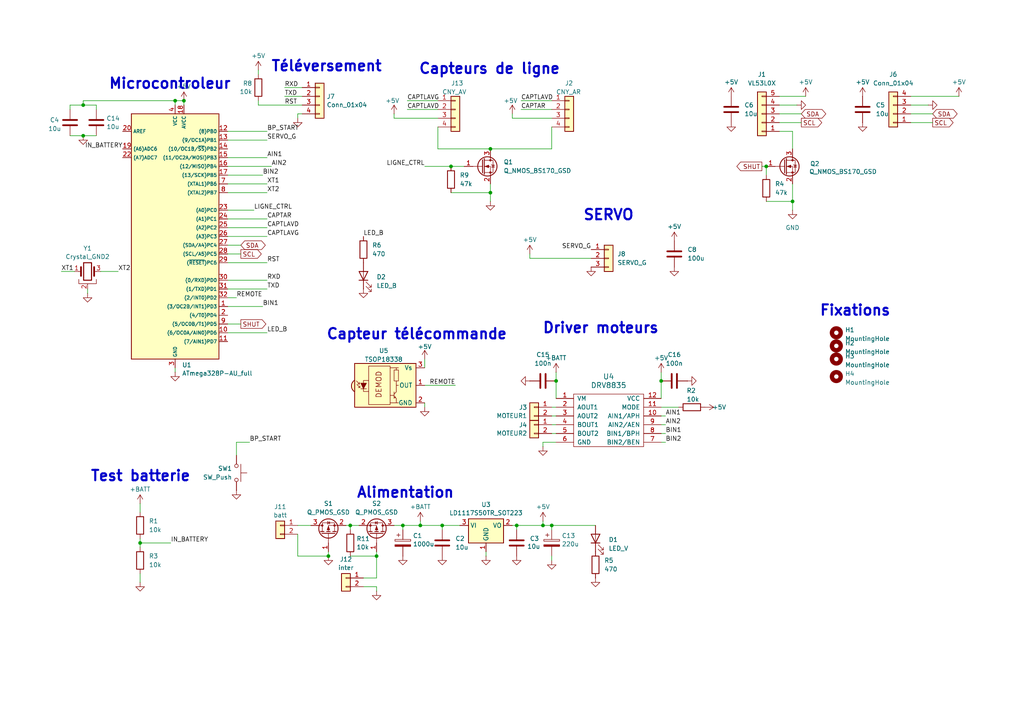
<source format=kicad_sch>
(kicad_sch (version 20250114) (generator "eeschema") (generator_version "9.0")
  (paper "A4")
  (lib_symbols
    (symbol "Connector_Generic:Conn_01x02" (pin_names (offset 1.016) (hide yes))
      (property "Reference" "J" (at 0 2.54 0))
      (property "Value" "Conn_01x02" (at 0 -5.08 0))
      (symbol "Conn_01x02_1_1"
        (pin passive line (at -5.08 0 0) (length 3.81) (name "Pin_1") (number "1"))
        (pin passive line (at -5.08 -2.54 0) (length 3.81) (name "Pin_2") (number "2"))
      )
    )
    (symbol "Connector_Generic:Conn_01x03" (pin_names (offset 1.016) (hide yes))
      (property "Reference" "J" (at 0 5.08 0))
      (property "Value" "Conn_01x03" (at 0 -5.08 0))
      (symbol "Conn_01x03_1_1"
        (pin passive line (at -5.08 2.54 0) (length 3.81) (name "Pin_1") (number "1"))
        (pin passive line (at -5.08 0 0) (length 3.81) (name "Pin_2") (number "2"))
        (pin passive line (at -5.08 -2.54 0) (length 3.81) (name "Pin_3") (number "3"))
      )
    )
    (symbol "Connector_Generic:Conn_01x04" (pin_names (offset 1.016) (hide yes))
      (property "Reference" "J" (at 0 5.08 0))
      (property "Value" "Conn_01x04" (at 0 -7.62 0))
      (symbol "Conn_01x04_1_1"
        (pin passive line (at -5.08 2.54 0) (length 3.81) (name "Pin_1") (number "1"))
        (pin passive line (at -5.08 0 0) (length 3.81) (name "Pin_2") (number "2"))
        (pin passive line (at -5.08 -2.54 0) (length 3.81) (name "Pin_3") (number "3"))
        (pin passive line (at -5.08 -5.08 0) (length 3.81) (name "Pin_4") (number "4"))
      )
    )
    (symbol "Connector_Generic:Conn_01x05" (pin_names (offset 1.016) (hide yes))
      (property "Reference" "J" (at 0 7.62 0))
      (property "Value" "Conn_01x05" (at 0 -7.62 0))
      (symbol "Conn_01x05_1_1"
        (pin passive line (at -5.08 5.08 0) (length 3.81) (name "Pin_1") (number "1"))
        (pin passive line (at -5.08 2.54 0) (length 3.81) (name "Pin_2") (number "2"))
        (pin passive line (at -5.08 0 0) (length 3.81) (name "Pin_3") (number "3"))
        (pin passive line (at -5.08 -2.54 0) (length 3.81) (name "Pin_4") (number "4"))
        (pin passive line (at -5.08 -5.08 0) (length 3.81) (name "Pin_5") (number "5"))
      )
    )
    (symbol "Dam_libkicad:ATmega328P-AU_full"
      (property "Reference" "U" (at -12.7 36.83 0))
      (property "Value" "ATmega328P-AU_full" (at 2.54 -36.83 0))
      (symbol "ATmega328P-AU_full_1_1"
        (pin passive line (at -15.24 30.48 0) (length 2.54) (name "AREF") (number "20"))
        (pin input line (at -15.24 25.4 0) (length 2.54) (name "(A6)ADC6") (number "19"))
        (pin input line (at -15.24 22.86 0) (length 2.54) (name "(A7)ADC7") (number "22"))
        (pin power_in line (at 0 38.1 270) (length 2.54) (name "VCC") (number "4"))
        (pin passive line (at 0 38.1 270) (length 2.54) (hide yes) (name "VCC") (number "6"))
        (pin passive line (at 0 -38.1 90) (length 2.54) (hide yes) (name "GND") (number "21"))
        (pin power_in line (at 0 -38.1 90) (length 2.54) (name "GND") (number "3"))
        (pin passive line (at 0 -38.1 90) (length 2.54) (hide yes) (name "GND") (number "5"))
        (pin power_in line (at 2.54 38.1 270) (length 2.54) (name "AVCC") (number "18"))
        (pin tri_state line (at 15.24 30.48 180) (length 2.54) (name "(8)PB0") (number "12"))
        (pin tri_state line (at 15.24 27.94 180) (length 2.54) (name "(9/OC1A)PB1") (number "13"))
        (pin tri_state line (at 15.24 25.4 180) (length 2.54) (name "(10/OC1B/~{SS})PB2") (number "14"))
        (pin tri_state line (at 15.24 22.86 180) (length 2.54) (name "(11/OC2A/MOSI)PB3") (number "15"))
        (pin tri_state line (at 15.24 20.32 180) (length 2.54) (name "(12/MISO)PB4") (number "16"))
        (pin tri_state line (at 15.24 17.78 180) (length 2.54) (name "(13/SCK)PB5") (number "17"))
        (pin tri_state line (at 15.24 15.24 180) (length 2.54) (name "(XTAL1)PB6") (number "7"))
        (pin tri_state line (at 15.24 12.7 180) (length 2.54) (name "(XTAL2)PB7") (number "8"))
        (pin tri_state line (at 15.24 7.62 180) (length 2.54) (name "(A0)PC0") (number "23"))
        (pin tri_state line (at 15.24 5.08 180) (length 2.54) (name "(A1)PC1") (number "24"))
        (pin tri_state line (at 15.24 2.54 180) (length 2.54) (name "(A2)PC2") (number "25"))
        (pin tri_state line (at 15.24 0 180) (length 2.54) (name "(A3)PC3") (number "26"))
        (pin tri_state line (at 15.24 -2.54 180) (length 2.54) (name "(SDA/A4)PC4") (number "27"))
        (pin tri_state line (at 15.24 -5.08 180) (length 2.54) (name "(SCL/A5)PC5") (number "28"))
        (pin tri_state line (at 15.24 -7.62 180) (length 2.54) (name "(~{RESET})PC6") (number "29"))
        (pin tri_state line (at 15.24 -12.7 180) (length 2.54) (name "(0/RXD)PD0") (number "30"))
        (pin tri_state line (at 15.24 -15.24 180) (length 2.54) (name "(1/TXD)PD1") (number "31"))
        (pin tri_state line (at 15.24 -17.78 180) (length 2.54) (name "(2/INT0)PD2") (number "32"))
        (pin tri_state line (at 15.24 -20.32 180) (length 2.54) (name "(3/OC2B/INT1)PD3") (number "1"))
        (pin tri_state line (at 15.24 -22.86 180) (length 2.54) (name "(4/T0)PD4") (number "2"))
        (pin tri_state line (at 15.24 -25.4 180) (length 2.54) (name "(5/OC0B/T1)PD5") (number "9"))
        (pin tri_state line (at 15.24 -27.94 180) (length 2.54) (name "(6/OC0A/AIN0)PD6") (number "10"))
        (pin tri_state line (at 15.24 -30.48 180) (length 2.54) (name "(7/AIN1)PD7") (number "11"))
      )
    )
    (symbol "Device:C" (pin_numbers (hide yes)) (pin_names (offset 0.254))
      (property "Reference" "C" (at 0.635 2.54 0))
      (property "Value" "C" (at 0.635 -2.54 0))
      (symbol "C_1_1"
        (pin passive line (at 0 3.81 270) (length 2.794) (name "~") (number "1"))
        (pin passive line (at 0 -3.81 90) (length 2.794) (name "~") (number "2"))
      )
    )
    (symbol "Device:C_Polarized" (pin_numbers (hide yes)) (pin_names (offset 0.254))
      (property "Reference" "C" (at 0.635 2.54 0))
      (property "Value" "C_Polarized" (at 0.635 -2.54 0))
      (symbol "C_Polarized_1_1"
        (pin passive line (at 0 3.81 270) (length 2.794) (name "~") (number "1"))
        (pin passive line (at 0 -3.81 90) (length 2.794) (name "~") (number "2"))
      )
    )
    (symbol "Device:Crystal_GND2" (pin_names (offset 1.016) (hide yes))
      (property "Reference" "Y" (at 0 5.715 0))
      (property "Value" "Crystal_GND2" (at 0 3.81 0))
      (symbol "Crystal_GND2_1_1"
        (pin passive line (at -3.81 0 0) (length 1.27) (name "1") (number "1"))
        (pin passive line (at 0 -5.08 90) (length 1.27) (name "2") (number "2"))
        (pin passive line (at 3.81 0 180) (length 1.27) (name "3") (number "3"))
      )
    )
    (symbol "Device:LED" (pin_numbers (hide yes)) (pin_names (offset 1.016) (hide yes))
      (property "Reference" "D" (at 0 2.54 0))
      (property "Value" "LED" (at 0 -2.54 0))
      (symbol "LED_1_1"
        (pin passive line (at -3.81 0 0) (length 2.54) (name "K") (number "1"))
        (pin passive line (at 3.81 0 180) (length 2.54) (name "A") (number "2"))
      )
    )
    (symbol "Device:R" (pin_numbers (hide yes)) (pin_names (offset 0))
      (property "Reference" "R" (at 2.032 0 90))
      (property "Value" "R" (at 0 0 90))
      (symbol "R_1_1"
        (pin passive line (at 0 3.81 270) (length 1.27) (name "~") (number "1"))
        (pin passive line (at 0 -3.81 90) (length 1.27) (name "~") (number "2"))
      )
    )
    (symbol "GEII_Damien_LIB:DRV8835" (pin_names (offset 1.016))
      (property "Reference" "U" (at 8.89 -8.89 0))
      (property "Value" "DRV8835" (at -5.08 -8.89 0))
      (symbol "DRV8835_1_1"
        (pin passive line (at -15.24 6.35 0) (length 5.08) (name "VM") (number "1"))
        (pin passive line (at -15.24 3.81 0) (length 5.08) (name "AOUT1") (number "2"))
        (pin passive line (at -15.24 1.27 0) (length 5.08) (name "AOUT2") (number "3"))
        (pin passive line (at -15.24 -1.27 0) (length 5.08) (name "BOUT1") (number "4"))
        (pin passive line (at -15.24 -3.81 0) (length 5.08) (name "BOUT2") (number "5"))
        (pin passive line (at -15.24 -6.35 0) (length 5.08) (name "GND") (number "6"))
        (pin power_in line (at 15.24 6.35 180) (length 5.08) (name "VCC") (number "12"))
        (pin input line (at 15.24 3.81 180) (length 5.08) (name "MODE") (number "11"))
        (pin input line (at 15.24 1.27 180) (length 5.08) (name "AIN1/APH") (number "10"))
        (pin input line (at 15.24 -1.27 180) (length 5.08) (name "AIN2/AEN") (number "9"))
        (pin input line (at 15.24 -3.81 180) (length 5.08) (name "BIN1/BPH") (number "8"))
        (pin input line (at 15.24 -6.35 180) (length 5.08) (name "BIN2/BEN") (number "7"))
      )
    )
    (symbol "Interface_Optical:TSOP34S40F" (pin_names (offset 1.016))
      (property "Reference" "U" (at -10.16 7.62 0))
      (property "Value" "TSOP34S40F" (at -10.16 -7.62 0))
      (symbol "TSOP34S40F_0_0"
        (text "DEMOD" (at -3.175 0.254 900) (effects (font (size 1.524 1.524))))
      )
      (symbol "TSOP34S40F_1_1"
        (pin power_in line (at 10.16 5.08 180) (length 2.54) (name "Vs") (number "3"))
        (pin output line (at 10.16 0 180) (length 2.54) (name "OUT") (number "1"))
        (pin power_in line (at 10.16 -5.08 180) (length 2.54) (name "GND") (number "2"))
      )
    )
    (symbol "Mechanical:MountingHole" (pin_names (offset 1.016))
      (property "Reference" "H" (at 0 5.08 0))
      (property "Value" "MountingHole" (at 0 3.175 0))
    )
    (symbol "Regulator_Linear:LD1117S50TR_SOT223"
      (property "Reference" "U" (at -3.81 3.175 0))
      (property "Value" "LD1117S50TR_SOT223" (at 0 3.175 0))
      (symbol "LD1117S50TR_SOT223_1_1"
        (pin power_in line (at -7.62 0 0) (length 2.54) (name "VI") (number "3"))
        (pin power_in line (at 0 -7.62 90) (length 2.54) (name "GND") (number "1"))
        (pin power_out line (at 7.62 0 180) (length 2.54) (name "VO") (number "2"))
      )
    )
    (symbol "Switch:SW_Push" (pin_numbers (hide yes)) (pin_names (offset 1.016) (hide yes))
      (property "Reference" "SW" (at 1.27 2.54 0))
      (property "Value" "SW_Push" (at 0 -1.524 0))
      (symbol "SW_Push_0_1"
        (pin passive line (at -5.08 0 0) (length 2.54) (name "1") (number "1"))
        (pin passive line (at 5.08 0 180) (length 2.54) (name "2") (number "2"))
      )
    )
    (symbol "Transistor_FET:Q_PMOS_GSD" (pin_names (offset 0) (hide yes))
      (property "Reference" "Q" (at 5.08 1.905 0))
      (property "Value" "Q_PMOS_GSD" (at 5.08 0 0))
      (symbol "Q_PMOS_GSD_1_1"
        (pin input line (at -5.08 0 0) (length 2.54) (name "G") (number "1"))
        (pin passive line (at 2.54 5.08 270) (length 2.54) (name "D") (number "3"))
        (pin passive line (at 2.54 -5.08 90) (length 2.54) (name "S") (number "2"))
      )
    )
    (symbol "Transistor_FET_Other:Q_NMOS_Depletion_GSD" (pin_names (offset 0) (hide yes))
      (property "Reference" "Q" (at 5.08 1.905 0))
      (property "Value" "Q_NMOS_Depletion_GSD" (at 5.08 0 0))
      (symbol "Q_NMOS_Depletion_GSD_1_1"
        (pin input line (at -5.08 0 0) (length 2.54) (name "G") (number "1"))
        (pin passive line (at 2.54 5.08 270) (length 2.54) (name "D") (number "3"))
        (pin passive line (at 2.54 -5.08 90) (length 2.54) (name "S") (number "2"))
      )
    )
    (symbol "power:+5V" (power) (pin_numbers (hide yes)) (pin_names (offset 0) (hide yes))
      (property "Value" "+5V" (at 0 3.556 0))
      (symbol "+5V_1_1"
        (pin power_in line (at 0 0 90) (length 0) (name "~") (number "1"))
      )
    )
    (symbol "power:+BATT" (power) (pin_numbers (hide yes)) (pin_names (offset 0) (hide yes))
      (property "Value" "+BATT" (at 0 3.556 0))
      (symbol "+BATT_1_1"
        (pin power_in line (at 0 0 90) (length 0) (name "~") (number "1"))
      )
    )
    (symbol "power:GND" (power) (pin_numbers (hide yes)) (pin_names (offset 0) (hide yes))
      (property "Value" "GND" (at 0 -3.81 0))
      (symbol "GND_1_1"
        (pin power_in line (at 0 0 270) (length 0) (name "~") (number "1"))
      )
    )
  )
  (text "Microcontroleur" (at 49.276 24.384 0) (effects (font (size 3 3) (thickness 0.6) (bold yes))))
  (text "Fixations" (at 248.031 90.17 0) (effects (font (size 3 3) (thickness 0.6) (bold yes))))
  (text "Téléversement" (at 94.742 19.304 0) (effects (font (size 3 3) (thickness 0.6) (bold yes))))
  (text "Capteur télécommande" (at 120.904 97.028 0) (effects (font (size 3 3) (thickness 0.6) (bold yes))))
  (text "Test batterie \n" (at 41.91 138.176 0) (effects (font (size 3 3) (thickness 0.6) (bold yes))))
  (text "Alimentation" (at 117.602 143.002 0) (effects (font (size 3 3) (thickness 0.6) (bold yes))))
  (text "SERVO\n" (at 176.53 62.484 0) (effects (font (size 3 3) (thickness 0.6) (bold yes))))
  (text "Driver moteurs" (at 174.244 95.25 0) (effects (font (size 3 3) (thickness 0.6) (bold yes))))
  (text "Capteurs de ligne" (at 141.986 20.066 0) (effects (font (size 3 3) (thickness 0.6) (bold yes))))
  (junction (at 160.02 152.4))
  (junction (at 50.8 29.21))
  (junction (at 116.84 152.4))
  (junction (at 128.27 152.4))
  (junction (at 229.87 58.42))
  (junction (at 121.92 152.4))
  (junction (at 101.6 152.4))
  (junction (at 130.81 48.26))
  (junction (at 53.34 29.21))
  (junction (at 191.77 110.49))
  (junction (at 149.86 152.4))
  (junction (at 222.25 48.26))
  (junction (at 157.48 152.4))
  (junction (at 24.13 30.48))
  (junction (at 142.24 55.88))
  (junction (at 161.29 110.49))
  (junction (at 40.64 157.48))
  (junction (at 24.13 39.37))
  (junction (at 95.25 161.29))
  (junction (at 109.22 161.29))
  (junction (at 142.24 43.18))
  (wire (pts (xy 109.22 161.29) (xy 109.22 167.64)))
  (wire (pts (xy 114.3 152.4) (xy 116.84 152.4)))
  (wire (pts (xy 114.3 33.02) (xy 114.3 34.29)))
  (wire (pts (xy 123.19 116.84) (xy 123.19 118.11)))
  (wire (pts (xy 127 36.83) (xy 127 43.18)))
  (wire (pts (xy 24.13 29.21) (xy 24.13 30.48)))
  (wire (pts (xy 66.04 38.1) (xy 77.47 38.1)))
  (wire (pts (xy 40.64 157.48) (xy 40.64 158.75)))
  (wire (pts (xy 76.2 88.9) (xy 66.04 88.9)))
  (wire (pts (xy 86.36 152.4) (xy 90.17 152.4)))
  (wire (pts (xy 66.04 53.34) (xy 77.47 53.34)))
  (wire (pts (xy 160.02 43.18) (xy 142.24 43.18)))
  (wire (pts (xy 123.19 48.26) (xy 130.81 48.26)))
  (wire (pts (xy 160.02 34.29) (xy 148.59 34.29)))
  (wire (pts (xy 74.93 30.48) (xy 87.63 30.48)))
  (wire (pts (xy 149.86 152.4) (xy 149.86 153.67)))
  (wire (pts (xy 171.45 74.93) (xy 153.67 74.93)))
  (wire (pts (xy 118.11 29.21) (xy 127 29.21)))
  (wire (pts (xy 116.84 152.4) (xy 116.84 153.67)))
  (wire (pts (xy 77.47 96.52) (xy 66.04 96.52)))
  (wire (pts (xy 226.06 38.1) (xy 229.87 38.1)))
  (wire (pts (xy 24.13 30.48) (xy 27.94 30.48)))
  (wire (pts (xy 160.02 123.19) (xy 161.29 123.19)))
  (wire (pts (xy 101.6 152.4) (xy 101.6 153.67)))
  (wire (pts (xy 82.55 27.94) (xy 87.63 27.94)))
  (wire (pts (xy 229.87 38.1) (xy 229.87 43.18)))
  (wire (pts (xy 123.19 104.14) (xy 123.19 106.68)))
  (wire (pts (xy 82.55 25.4) (xy 87.63 25.4)))
  (wire (pts (xy 148.59 34.29) (xy 148.59 33.02)))
  (wire (pts (xy 68.58 86.36) (xy 66.04 86.36)))
  (wire (pts (xy 105.41 167.64) (xy 109.22 167.64)))
  (wire (pts (xy 95.25 161.29) (xy 95.25 160.02)))
  (wire (pts (xy 160.02 120.65) (xy 161.29 120.65)))
  (wire (pts (xy 226.06 33.02) (xy 232.41 33.02)))
  (wire (pts (xy 40.64 168.91) (xy 40.64 166.37)))
  (wire (pts (xy 77.47 66.04) (xy 66.04 66.04)))
  (wire (pts (xy 148.59 152.4) (xy 149.86 152.4)))
  (wire (pts (xy 160.02 36.83) (xy 160.02 43.18)))
  (wire (pts (xy 140.97 160.02) (xy 140.97 161.29)))
  (wire (pts (xy 142.24 58.42) (xy 142.24 55.88)))
  (wire (pts (xy 74.93 20.32) (xy 74.93 21.59)))
  (wire (pts (xy 161.29 107.95) (xy 161.29 110.49)))
  (wire (pts (xy 127 34.29) (xy 114.3 34.29)))
  (wire (pts (xy 191.77 118.11) (xy 196.85 118.11)))
  (wire (pts (xy 191.77 125.73) (xy 193.04 125.73)))
  (wire (pts (xy 29.21 78.74) (xy 34.29 78.74)))
  (wire (pts (xy 40.64 146.05) (xy 40.64 148.59)))
  (wire (pts (xy 50.8 106.68) (xy 50.8 107.95)))
  (wire (pts (xy 157.48 128.27) (xy 157.48 129.54)))
  (wire (pts (xy 109.22 161.29) (xy 109.22 160.02)))
  (wire (pts (xy 161.29 128.27) (xy 157.48 128.27)))
  (wire (pts (xy 222.25 48.26) (xy 222.25 50.8)))
  (wire (pts (xy 157.48 151.13) (xy 157.48 152.4)))
  (wire (pts (xy 109.22 171.45) (xy 109.22 170.18)))
  (wire (pts (xy 40.64 157.48) (xy 49.53 157.48)))
  (wire (pts (xy 66.04 48.26) (xy 78.74 48.26)))
  (wire (pts (xy 160.02 152.4) (xy 160.02 153.67)))
  (wire (pts (xy 101.6 152.4) (xy 104.14 152.4)))
  (wire (pts (xy 53.34 29.21) (xy 50.8 29.21)))
  (wire (pts (xy 77.47 81.28) (xy 66.04 81.28)))
  (wire (pts (xy 191.77 128.27) (xy 193.04 128.27)))
  (wire (pts (xy 66.04 40.64) (xy 77.47 40.64)))
  (wire (pts (xy 160.02 162.56) (xy 160.02 161.29)))
  (wire (pts (xy 40.64 156.21) (xy 40.64 157.48)))
  (wire (pts (xy 127 43.18) (xy 142.24 43.18)))
  (wire (pts (xy 116.84 152.4) (xy 121.92 152.4)))
  (wire (pts (xy 101.6 161.29) (xy 109.22 161.29)))
  (wire (pts (xy 72.39 128.27) (xy 68.58 128.27)))
  (wire (pts (xy 69.85 73.66) (xy 66.04 73.66)))
  (wire (pts (xy 229.87 60.96) (xy 229.87 58.42)))
  (wire (pts (xy 66.04 76.2) (xy 77.47 76.2)))
  (wire (pts (xy 118.11 31.75) (xy 127 31.75)))
  (wire (pts (xy 191.77 110.49) (xy 191.77 107.95)))
  (wire (pts (xy 17.78 78.74) (xy 21.59 78.74)))
  (wire (pts (xy 160.02 118.11) (xy 161.29 118.11)))
  (wire (pts (xy 151.13 31.75) (xy 160.02 31.75)))
  (wire (pts (xy 191.77 123.19) (xy 193.04 123.19)))
  (wire (pts (xy 269.24 30.48) (xy 264.16 30.48)))
  (wire (pts (xy 77.47 68.58) (xy 66.04 68.58)))
  (wire (pts (xy 130.81 48.26) (xy 134.62 48.26)))
  (wire (pts (xy 264.16 33.02) (xy 270.51 33.02)))
  (wire (pts (xy 66.04 83.82) (xy 77.47 83.82)))
  (wire (pts (xy 128.27 152.4) (xy 133.35 152.4)))
  (wire (pts (xy 53.34 29.21) (xy 53.34 30.48)))
  (wire (pts (xy 86.36 33.02) (xy 86.36 34.29)))
  (wire (pts (xy 24.13 29.21) (xy 50.8 29.21)))
  (wire (pts (xy 66.04 93.98) (xy 69.85 93.98)))
  (wire (pts (xy 220.98 48.26) (xy 222.25 48.26)))
  (wire (pts (xy 130.81 55.88) (xy 142.24 55.88)))
  (wire (pts (xy 264.16 35.56) (xy 270.51 35.56)))
  (wire (pts (xy 128.27 152.4) (xy 128.27 153.67)))
  (wire (pts (xy 27.94 30.48) (xy 27.94 31.75)))
  (wire (pts (xy 76.2 50.8) (xy 66.04 50.8)))
  (wire (pts (xy 160.02 152.4) (xy 172.72 152.4)))
  (wire (pts (xy 229.87 53.34) (xy 229.87 58.42)))
  (wire (pts (xy 123.19 111.76) (xy 132.08 111.76)))
  (wire (pts (xy 233.68 27.94) (xy 226.06 27.94)))
  (wire (pts (xy 121.92 151.13) (xy 121.92 152.4)))
  (wire (pts (xy 77.47 63.5) (xy 66.04 63.5)))
  (wire (pts (xy 20.32 30.48) (xy 24.13 30.48)))
  (wire (pts (xy 231.14 30.48) (xy 226.06 30.48)))
  (wire (pts (xy 20.32 39.37) (xy 24.13 39.37)))
  (wire (pts (xy 160.02 152.4) (xy 157.48 152.4)))
  (wire (pts (xy 191.77 115.57) (xy 191.77 110.49)))
  (wire (pts (xy 105.41 170.18) (xy 109.22 170.18)))
  (wire (pts (xy 50.8 29.21) (xy 50.8 30.48)))
  (wire (pts (xy 121.92 152.4) (xy 128.27 152.4)))
  (wire (pts (xy 191.77 120.65) (xy 193.04 120.65)))
  (wire (pts (xy 20.32 30.48) (xy 20.32 31.75)))
  (wire (pts (xy 87.63 33.02) (xy 86.36 33.02)))
  (wire (pts (xy 161.29 110.49) (xy 161.29 115.57)))
  (wire (pts (xy 151.13 29.21) (xy 160.02 29.21)))
  (wire (pts (xy 142.24 55.88) (xy 142.24 53.34)))
  (wire (pts (xy 73.66 60.96) (xy 66.04 60.96)))
  (wire (pts (xy 160.02 125.73) (xy 161.29 125.73)))
  (wire (pts (xy 278.13 27.94) (xy 264.16 27.94)))
  (wire (pts (xy 69.85 71.12) (xy 66.04 71.12)))
  (wire (pts (xy 222.25 58.42) (xy 229.87 58.42)))
  (wire (pts (xy 226.06 35.56) (xy 232.41 35.56)))
  (wire (pts (xy 86.36 161.29) (xy 95.25 161.29)))
  (wire (pts (xy 149.86 152.4) (xy 157.48 152.4)))
  (wire (pts (xy 74.93 30.48) (xy 74.93 29.21)))
  (wire (pts (xy 66.04 55.88) (xy 77.47 55.88)))
  (wire (pts (xy 86.36 154.94) (xy 86.36 161.29)))
  (wire (pts (xy 153.67 74.93) (xy 153.67 73.66)))
  (wire (pts (xy 66.04 45.72) (xy 77.47 45.72)))
  (wire (pts (xy 25.4 83.82) (xy 25.4 85.09)))
  (wire (pts (xy 24.13 39.37) (xy 27.94 39.37)))
  (wire (pts (xy 100.33 152.4) (xy 101.6 152.4)))
  (wire (pts (xy 68.58 128.27) (xy 68.58 132.08)))
  (label "BP_START" (at 72.39 128.27 0))
  (label "RXD" (at 77.47 81.28 0))
  (label "AIN2" (at 193.04 123.19 0))
  (label "BIN1" (at 76.2 88.9 0))
  (label "BIN1" (at 193.04 125.73 0))
  (label "SERVO_G" (at 171.45 72.39 180))
  (label "XT1" (at 77.47 53.34 0))
  (label "CAPTLAVD" (at 77.47 66.04 0))
  (label "LED_B" (at 77.47 96.52 0))
  (label "TXD" (at 77.47 83.82 0))
  (label "LIGNE_CTRL" (at 73.66 60.96 0))
  (label "AIN1" (at 193.04 120.65 0))
  (label "RST" (at 77.47 76.2 0))
  (label "CAPTAR" (at 77.47 63.5 0))
  (label "RXD" (at 82.55 25.4 0))
  (label "CAPTLAVG" (at 118.11 29.21 0))
  (label "XT2" (at 34.29 78.74 0))
  (label "REMOTE" (at 68.58 86.36 0))
  (label "XT2" (at 77.47 55.88 0))
  (label "CAPTLAVG" (at 77.47 68.58 0))
  (label "BP_START" (at 77.47 38.1 0))
  (label "BIN2" (at 76.2 50.8 0))
  (label "XT1" (at 17.78 78.74 0))
  (label "CAPTLAVD" (at 118.11 31.75 0))
  (label "CAPTAR" (at 151.13 31.75 0))
  (label "REMOTE" (at 132.08 111.76 180))
  (label "RST" (at 82.55 30.48 0))
  (label "AIN1" (at 77.47 45.72 0))
  (label "IN_BATTERY" (at 35.56 43.18 180))
  (label "LIGNE_CTRL" (at 123.19 48.26 180))
  (label "SERVO_G" (at 77.47 40.64 0))
  (label "CAPTLAVD" (at 151.13 29.21 0))
  (label "IN_BATTERY" (at 49.53 157.48 0))
  (label "LED_B" (at 105.41 68.58 0))
  (label "AIN2" (at 78.74 48.26 0))
  (label "TXD" (at 82.55 27.94 0))
  (label "BIN2" (at 193.04 128.27 0))
  (global_label "SCL" (shape output) (at 69.85 73.66 0) (property "Intersheetrefs" "${INTERSHEET_REFS}" (effects (hide yes))))
  (global_label "SHUT" (shape output) (at 220.98 48.26 180) (property "Intersheetrefs" "${INTERSHEET_REFS}" (effects (hide yes))))
  (global_label "SDA" (shape bidirectional) (at 232.41 33.02 0) (property "Intersheetrefs" "${INTERSHEET_REFS}" (effects (hide yes))))
  (global_label "SHUT" (shape output) (at 69.85 93.98 0) (property "Intersheetrefs" "${INTERSHEET_REFS}" (effects (hide yes))))
  (global_label "SCL" (shape output) (at 232.41 35.56 0) (property "Intersheetrefs" "${INTERSHEET_REFS}" (effects (hide yes))))
  (global_label "SCL" (shape output) (at 270.51 35.56 0) (property "Intersheetrefs" "${INTERSHEET_REFS}" (effects (hide yes))))
  (global_label "SDA" (shape bidirectional) (at 69.85 71.12 0) (property "Intersheetrefs" "${INTERSHEET_REFS}" (effects (hide yes))))
  (global_label "SDA" (shape bidirectional) (at 270.51 33.02 0) (property "Intersheetrefs" "${INTERSHEET_REFS}" (effects (hide yes))))
  (symbol (lib_id "power:GND") (at 199.39 110.49 90) (unit 1)
    (property "Reference" "#PWR011" (effects (hide yes)))
    (property "Value" "GND" (effects (hide yes)))
    (property "Description" "Power symbol creates a global label with name \"GND\" , ground" (effects (hide yes)))
  )
  (symbol (lib_id "Device:C") (at 27.94 35.56 0) (unit 1)
    (property "Reference" "C14" (at 30.861 34.3479 0) (effects (justify left)))
    (property "Value" "10u" (at 30.861 36.7721 0) (effects (justify left)))
    (property "Footprint" "Capacitor_SMD:C_1206_3216Metric" (effects (hide yes)))
  )
  (symbol (lib_id "Device:R") (at 101.6 157.48 0) (unit 1)
    (property "Reference" "R11" (at 103.378 156.2678 0) (effects (justify left)))
    (property "Value" "10k" (at 103.378 158.6921 0) (effects (justify left)))
    (property "Footprint" "Resistor_SMD:R_0603_1608Metric" (effects (hide yes)))
    (property "Description" "Resistor" (effects (hide yes)))
  )
  (symbol (lib_id "power:GND") (at 105.41 83.82 0) (unit 1)
    (property "Reference" "#PWR023" (effects (hide yes)))
    (property "Value" "GND" (effects (hide yes)))
    (property "Description" "Power symbol creates a global label with name \"GND\" , ground" (effects (hide yes)))
  )
  (symbol (lib_id "Device:C") (at 212.09 31.75 0) (unit 1)
    (property "Reference" "C6" (at 215.9 30.4799 0) (effects (justify left)))
    (property "Value" "10u" (at 215.9 33.0199 0) (effects (justify left)))
    (property "Footprint" "Capacitor_SMD:C_1206_3216Metric" (effects (hide yes)))
    (property "Description" "Unpolarized capacitor" (effects (hide yes)))
  )
  (symbol (lib_id "power:GND") (at 149.86 161.29 0) (unit 1)
    (property "Reference" "#PWR030" (effects (hide yes)))
    (property "Value" "GND" (effects (hide yes)))
    (property "Description" "Power symbol creates a global label with name \"GND\" , ground" (effects (hide yes)))
  )
  (symbol (lib_id "Device:C") (at 250.19 31.75 0) (unit 1)
    (property "Reference" "C5" (at 254 30.4799 0) (effects (justify left)))
    (property "Value" "10u" (at 254 33.0199 0) (effects (justify left)))
    (property "Footprint" "Capacitor_SMD:C_1206_3216Metric" (effects (hide yes)))
    (property "Description" "Unpolarized capacitor" (effects (hide yes)))
  )
  (symbol (lib_id "power:+5V") (at 53.34 29.21 0) (unit 1)
    (property "Reference" "#PWR04" (effects (hide yes)))
    (property "Value" "+5V" (at 53.34 25.0769 0))
    (property "Description" "Power symbol creates a global label with name \"+5V\"" (effects (hide yes)))
  )
  (symbol (lib_id "power:GND") (at 153.67 110.49 270) (unit 1)
    (property "Reference" "#PWR010" (effects (hide yes)))
    (property "Value" "GND" (effects (hide yes)))
    (property "Description" "Power symbol creates a global label with name \"GND\" , ground" (effects (hide yes)))
  )
  (symbol (lib_id "power:+BATT") (at 121.92 151.13 0) (unit 1)
    (property "Reference" "#PWR033" (effects (hide yes)))
    (property "Value" "+BATT" (at 121.92 146.9969 0))
    (property "Description" "Power symbol creates a global label with name \"+BATT\"" (effects (hide yes)))
  )
  (symbol (lib_id "power:GND") (at 157.48 129.54 0) (unit 1)
    (property "Reference" "#PWR08" (effects (hide yes)))
    (property "Value" "GND" (effects (hide yes)))
    (property "Description" "Power symbol creates a global label with name \"GND\" , ground" (effects (hide yes)))
  )
  (symbol (lib_id "power:GND") (at 128.27 161.29 0) (unit 1)
    (property "Reference" "#PWR029" (effects (hide yes)))
    (property "Value" "GND" (effects (hide yes)))
    (property "Description" "Power symbol creates a global label with name \"GND\" , ground" (effects (hide yes)))
  )
  (symbol (lib_id "power:GND") (at 109.22 171.45 0) (unit 1)
    (property "Reference" "#PWR034" (effects (hide yes)))
    (property "Value" "GND" (effects (hide yes)))
    (property "Description" "Power symbol creates a global label with name \"GND\" , ground" (effects (hide yes)))
  )
  (symbol (lib_id "power:GND") (at 269.24 30.48 90) (unit 1)
    (property "Reference" "#PWR015" (effects (hide yes)))
    (property "Value" "GND" (effects (hide yes)))
    (property "Description" "Power symbol creates a global label with name \"GND\" , ground" (effects (hide yes)))
  )
  (symbol (lib_id "Transistor_FET:Q_PMOS_GSD") (at 109.22 154.94 270) (mirror x) (unit 1)
    (property "Reference" "S2" (at 109.22 146.05 90))
    (property "Value" "Q_PMOS_GSD" (at 109.22 148.59 90))
    (property "Footprint" "Package_TO_SOT_SMD:TSOT-23" (effects (hide yes)))
    (property "Datasheet" "SI2363DS" (effects (hide yes)))
    (property "Description" "P-MOSFET transistor, gate/source/drain" (effects (hide yes)))
  )
  (symbol (lib_id "Device:C") (at 195.58 110.49 90) (unit 1)
    (property "Reference" "C16" (at 195.58 102.87 90))
    (property "Value" "100n" (at 195.58 105.41 90))
    (property "Footprint" "Capacitor_SMD:C_0603_1608Metric" (effects (hide yes)))
    (property "Description" "Unpolarized capacitor" (effects (hide yes)))
  )
  (symbol (lib_id "Device:C") (at 149.86 157.48 0) (unit 1)
    (property "Reference" "C3" (at 153.67 156.2099 0) (effects (justify left)))
    (property "Value" "10u" (at 152.908 158.496 0) (effects (justify left)))
    (property "Footprint" "Capacitor_SMD:C_1206_3216Metric" (effects (hide yes)))
    (property "Description" "Unpolarized capacitor" (effects (hide yes)))
  )
  (symbol (lib_id "power:+BATT") (at 161.29 107.95 0) (unit 1)
    (property "Reference" "#PWR07" (effects (hide yes)))
    (property "Value" "+BATT" (at 161.29 103.8169 0))
    (property "Description" "Power symbol creates a global label with name \"+BATT\"" (effects (hide yes)))
  )
  (symbol (lib_id "power:+5V") (at 191.77 107.95 0) (unit 1)
    (property "Reference" "#PWR06" (effects (hide yes)))
    (property "Value" "+5V" (at 191.77 103.8169 0))
    (property "Description" "Power symbol creates a global label with name \"+5V\"" (effects (hide yes)))
  )
  (symbol (lib_id "Connector_Generic:Conn_01x05") (at 220.98 33.02 180) (unit 1)
    (property "Reference" "J1" (at 220.98 21.59 0))
    (property "Value" "VL53L0X" (at 220.98 24.13 0))
    (property "Footprint" "Connector_PinHeader_2.54mm:PinHeader_1x05_P2.54mm_Horizontal" (effects (hide yes)))
    (property "Description" "Generic connector, single row, 01x05, script generated (kicad-library-utils/schlib/autogen/connector/)" (effects (hide yes)))
  )
  (symbol (lib_id "Switch:SW_Push") (at 68.58 137.16 270) (mirror x) (unit 1)
    (property "Reference" "SW1" (at 67.31 135.8899 90) (effects (justify right)))
    (property "Value" "SW_Push" (at 67.31 138.4299 90) (effects (justify right)))
    (property "Footprint" "Dam_libkicad:BP_Schruter_LSH" (effects (hide yes)))
    (property "Description" "Push button switch, generic, two pins" (effects (hide yes)))
  )
  (symbol (lib_id "power:GND") (at 50.8 107.95 0) (unit 1)
    (property "Reference" "#PWR03" (effects (hide yes)))
    (property "Value" "GND" (effects (hide yes)))
    (property "Description" "Power symbol creates a global label with name \"GND\" , ground" (effects (hide yes)))
  )
  (symbol (lib_id "power:GND") (at 142.24 58.42 0) (unit 1)
    (property "Reference" "#PWR0138" (effects (hide yes)))
    (property "Value" "GND" (effects (hide yes)))
  )
  (symbol (lib_id "Connector_Generic:Conn_01x04") (at 165.1 31.75 0) (unit 1) (in_bom no)
    (property "Reference" "J2" (at 163.83 24.13 0) (effects (justify left)))
    (property "Value" "CNY_AR" (at 161.29 26.67 0) (effects (justify left)))
    (property "Footprint" "Dam_libkicad:GROVE_HY2.0_VERTICAL_SMD" (effects (hide yes)))
  )
  (symbol (lib_id "Device:C") (at 195.58 73.66 0) (unit 1)
    (property "Reference" "C8" (at 199.39 72.3899 0) (effects (justify left)))
    (property "Value" "100u" (at 199.39 74.9299 0) (effects (justify left)))
    (property "Footprint" "Capacitor_SMD:C_1206_3216Metric" (effects (hide yes)))
    (property "Description" "Unpolarized capacitor" (effects (hide yes)))
  )
  (symbol (lib_id "power:+5V") (at 195.58 69.85 0) (mirror y) (unit 1)
    (property "Reference" "#PWR039" (effects (hide yes)))
    (property "Value" "+5V" (at 195.58 65.7169 0))
    (property "Description" "Power symbol creates a global label with name \"+5V\"" (effects (hide yes)))
  )
  (symbol (lib_id "Connector_Generic:Conn_01x04") (at 259.08 33.02 180) (unit 1)
    (property "Reference" "J6" (at 259.08 21.59 0))
    (property "Value" "Conn_01x04" (at 259.08 24.13 0))
    (property "Footprint" "Connector_PinHeader_2.54mm:PinHeader_1x04_P2.54mm_Horizontal" (effects (hide yes)))
    (property "Description" "Generic connector, single row, 01x04, script generated (kicad-library-utils/schlib/autogen/connector/)" (effects (hide yes)))
  )
  (symbol (lib_id "GEII_Damien_LIB:DRV8835") (at 176.53 121.92 0) (unit 1)
    (property "Reference" "U4" (at 176.53 109.22 0) (effects (font (size 1.524 1.524))))
    (property "Value" "DRV8835" (at 176.53 111.76 0) (effects (font (size 1.524 1.524))))
    (property "Footprint" "Dam_libkicad:WSON-12" (effects (hide yes)))
  )
  (symbol (lib_id "Connector_Generic:Conn_01x03") (at 176.53 74.93 0) (unit 1)
    (property "Reference" "J8" (at 179.07 73.6599 0) (effects (justify left)))
    (property "Value" "SERVO_G" (at 179.07 76.1999 0) (effects (justify left)))
    (property "Footprint" "Connector_PinHeader_2.54mm:PinHeader_1x03_P2.54mm_Horizontal" (effects (hide yes)))
    (property "Description" "Generic connector, single row, 01x03, script generated (kicad-library-utils/schlib/autogen/connector/)" (effects (hide yes)))
  )
  (symbol (lib_id "Device:R") (at 130.81 52.07 0) (unit 1)
    (property "Reference" "R9" (at 133.35 50.7999 0) (effects (justify left)))
    (property "Value" "47k" (at 133.35 53.3399 0) (effects (justify left)))
    (property "Footprint" "Capacitor_SMD:C_0603_1608Metric" (effects (hide yes)))
    (property "Description" "Resistor" (effects (hide yes)))
  )
  (symbol (lib_id "power:+5V") (at 212.09 27.94 0) (unit 1)
    (property "Reference" "#PWR016" (effects (hide yes)))
    (property "Value" "+5V" (at 212.09 23.8069 0))
    (property "Description" "Power symbol creates a global label with name \"+5V\"" (effects (hide yes)))
  )
  (symbol (lib_id "Connector_Generic:Conn_01x02") (at 154.94 118.11 0) (mirror y) (unit 1)
    (property "Reference" "J3" (at 152.908 118.1678 0) (effects (justify left)))
    (property "Value" "MOTEUR1" (at 152.908 120.5921 0) (effects (justify left)))
    (property "Footprint" "Connector_PinHeader_2.54mm:PinHeader_1x02_P2.54mm_Horizontal" (effects (hide yes)))
    (property "Description" "Generic connector, single row, 01x02, script generated (kicad-library-utils/schlib/autogen/connector/)" (effects (hide yes)))
  )
  (symbol (lib_id "Device:C") (at 157.48 110.49 90) (unit 1)
    (property "Reference" "C15" (at 157.48 102.87 90))
    (property "Value" "100n" (at 157.48 105.41 90))
    (property "Footprint" "Capacitor_SMD:C_0603_1608Metric" (effects (hide yes)))
    (property "Description" "Unpolarized capacitor" (effects (hide yes)))
  )
  (symbol (lib_id "Transistor_FET_Other:Q_NMOS_Depletion_GSD") (at 227.33 48.26 0) (unit 1)
    (property "Reference" "Q2" (at 234.95 47.498 0) (effects (justify left)))
    (property "Value" "Q_NMOS_BS170_GSD" (at 234.696 49.784 0) (effects (justify left)))
    (property "Footprint" "Package_TO_SOT_SMD:TSOT-23" (effects (hide yes)))
    (property "Description" "Depletion-mode N-channel MOSFET gate/source/drain" (effects (hide yes)))
  )
  (symbol (lib_id "power:GND") (at 86.36 34.29 0) (unit 1)
    (property "Reference" "#PWR036" (effects (hide yes)))
    (property "Value" "GND" (effects (hide yes)))
    (property "Description" "Power symbol creates a global label with name \"GND\" , ground" (effects (hide yes)))
  )
  (symbol (lib_id "Regulator_Linear:LD1117S50TR_SOT223") (at 140.97 152.4 0) (unit 1)
    (property "Reference" "U3" (at 140.97 146.3505 0))
    (property "Value" "LD1117S50TR_SOT223" (at 140.97 148.7748 0))
    (property "Footprint" "Package_TO_SOT_SMD:SOT-223-3_TabPin2" (effects (hide yes)))
    (property "Datasheet" "http://www.st.com/st-web-ui/static/active/en/resource/technical/document/datasheet/CD00000544.pdf" (effects (hide yes)))
    (property "Description" "800mA Fixed Low Drop Positive Voltage Regulator, Fixed Output 5.0V, SOT-223" (effects (hide yes)))
  )
  (symbol (lib_id "Device:R") (at 40.64 152.4 180) (unit 1)
    (property "Reference" "R1" (at 43.18 151.1299 0) (effects (justify right)))
    (property "Value" "10k" (at 43.18 153.6699 0) (effects (justify right)))
    (property "Footprint" "Capacitor_SMD:C_0603_1608Metric" (effects (hide yes)))
    (property "Description" "Resistor" (effects (hide yes)))
  )
  (symbol (lib_id "Device:R") (at 105.41 72.39 0) (unit 1)
    (property "Reference" "R6" (at 107.95 71.1199 0) (effects (justify left)))
    (property "Value" "470" (at 107.95 73.6599 0) (effects (justify left)))
    (property "Footprint" "Resistor_SMD:R_0603_1608Metric" (effects (hide yes)))
    (property "Description" "Resistor" (effects (hide yes)))
  )
  (symbol (lib_id "Device:C_Polarized") (at 116.84 157.48 0) (unit 1)
    (property "Reference" "C1" (at 119.761 155.3788 0) (effects (justify left)))
    (property "Value" "1000u" (at 119.761 157.8031 0) (effects (justify left)))
    (property "Footprint" "Capacitor_SMD:CP_Elec_10x10" (effects (hide yes)))
    (property "Description" "Polarized capacitor" (effects (hide yes)))
  )
  (symbol (lib_id "Device:C") (at 128.27 157.48 0) (unit 1)
    (property "Reference" "C2" (at 132.08 156.2099 0) (effects (justify left)))
    (property "Value" "10u" (at 132.08 158.7499 0) (effects (justify left)))
    (property "Footprint" "Capacitor_SMD:C_0603_1608Metric" (effects (hide yes)))
    (property "Description" "Unpolarized capacitor" (effects (hide yes)))
  )
  (symbol (lib_id "power:GND") (at 231.14 30.48 90) (unit 1)
    (property "Reference" "#PWR014" (effects (hide yes)))
    (property "Value" "GND" (effects (hide yes)))
    (property "Description" "Power symbol creates a global label with name \"GND\" , ground" (effects (hide yes)))
  )
  (symbol (lib_id "Connector_Generic:Conn_01x02") (at 81.28 152.4 0) (mirror y) (unit 1)
    (property "Reference" "J11" (at 81.28 146.9855 0))
    (property "Value" "batt" (at 81.28 149.4098 0))
    (property "Footprint" "Connector_PinHeader_2.54mm:PinHeader_1x02_P2.54mm_Horizontal" (effects (hide yes)))
    (property "Description" "Generic connector, single row, 01x02, script generated (kicad-library-utils/schlib/autogen/connector/)" (effects (hide yes)))
  )
  (symbol (lib_id "power:+5V") (at 114.3 33.02 0) (unit 1)
    (property "Reference" "#PWR0137" (effects (hide yes)))
    (property "Value" "+5V" (at 111.76 29.21 0) (effects (justify left)))
  )
  (symbol (lib_id "power:+5V") (at 233.68 27.94 0) (unit 1)
    (property "Reference" "#PWR012" (effects (hide yes)))
    (property "Value" "+5V" (at 233.68 23.8069 0))
    (property "Description" "Power symbol creates a global label with name \"+5V\"" (effects (hide yes)))
  )
  (symbol (lib_id "Connector_Generic:Conn_01x04") (at 92.71 27.94 0) (unit 1)
    (property "Reference" "J7" (at 94.742 27.9978 0) (effects (justify left)))
    (property "Value" "Conn_01x04" (at 94.742 30.4221 0) (effects (justify left)))
    (property "Footprint" "Connector_PinSocket_2.54mm:PinSocket_1x04_P2.54mm_Vertical" (effects (hide yes)))
    (property "Description" "Generic connector, single row, 01x04, script generated (kicad-library-utils/schlib/autogen/connector/)" (effects (hide yes)))
  )
  (symbol (lib_id "power:GND") (at 172.72 167.64 0) (unit 1)
    (property "Reference" "#PWR022" (effects (hide yes)))
    (property "Value" "GND" (effects (hide yes)))
    (property "Description" "Power symbol creates a global label with name \"GND\" , ground" (effects (hide yes)))
  )
  (symbol (lib_id "Interface_Optical:TSOP34S40F") (at 113.03 111.76 0) (unit 1) (in_bom no)
    (property "Reference" "U5" (at 111.295 101.7102 0))
    (property "Value" "TSOP18338" (at 111.295 104.2471 0))
    (property "Footprint" "OptoDevice:Vishay_MOLD-3Pin" (effects (hide yes)))
    (property "Datasheet" "http://www.vishay.com/docs/82669/tsop32s40f.pdf" (effects (hide yes)))
  )
  (symbol (lib_id "power:+5V") (at 153.67 73.66 0) (mirror y) (unit 1)
    (property "Reference" "#PWR025" (effects (hide yes)))
    (property "Value" "+5V" (at 153.67 69.5269 0))
    (property "Description" "Power symbol creates a global label with name \"+5V\"" (effects (hide yes)))
  )
  (symbol (lib_id "Connector_Generic:Conn_01x04") (at 132.08 31.75 0) (unit 1) (in_bom no)
    (property "Reference" "J13" (at 130.81 24.13 0) (effects (justify left)))
    (property "Value" "CNY_AV" (at 128.27 26.67 0) (effects (justify left)))
    (property "Footprint" "Dam_libkicad:GROVE_HY2.0_VERTICAL_SMD" (effects (hide yes)))
  )
  (symbol (lib_id "power:GND") (at 116.84 161.29 0) (unit 1)
    (property "Reference" "#PWR028" (effects (hide yes)))
    (property "Value" "GND" (effects (hide yes)))
    (property "Description" "Power symbol creates a global label with name \"GND\" , ground" (effects (hide yes)))
  )
  (symbol (lib_id "power:GND") (at 123.19 118.11 0) (unit 1)
    (property "Reference" "#PWR0123" (effects (hide yes)))
    (property "Value" "GND" (effects (hide yes)))
  )
  (symbol (lib_id "Transistor_FET:Q_PMOS_GSD") (at 95.25 154.94 90) (unit 1)
    (property "Reference" "S1" (at 95.25 146.05 90))
    (property "Value" "Q_PMOS_GSD" (at 95.25 148.59 90))
    (property "Footprint" "Package_TO_SOT_SMD:TSOT-23" (effects (hide yes)))
    (property "Description" "P-MOSFET transistor, gate/source/drain" (effects (hide yes)))
  )
  (symbol (lib_id "power:GND") (at 25.4 85.09 0) (unit 1)
    (property "Reference" "#PWR05" (effects (hide yes)))
    (property "Value" "GND" (effects (hide yes)))
    (property "Description" "Power symbol creates a global label with name \"GND\" , ground" (effects (hide yes)))
  )
  (symbol (lib_id "power:GND") (at 160.02 162.56 0) (unit 1)
    (property "Reference" "#PWR031" (effects (hide yes)))
    (property "Value" "GND" (effects (hide yes)))
    (property "Description" "Power symbol creates a global label with name \"GND\" , ground" (effects (hide yes)))
  )
  (symbol (lib_id "power:GND") (at 212.09 35.56 0) (unit 1)
    (property "Reference" "#PWR019" (effects (hide yes)))
    (property "Value" "GND" (effects (hide yes)))
    (property "Description" "Power symbol creates a global label with name \"GND\" , ground" (effects (hide yes)))
  )
  (symbol (lib_id "Device:R") (at 40.64 162.56 180) (unit 1)
    (property "Reference" "R3" (at 43.18 161.2899 0) (effects (justify right)))
    (property "Value" "10k" (at 43.18 163.8299 0) (effects (justify right)))
    (property "Footprint" "Capacitor_SMD:C_0603_1608Metric" (effects (hide yes)))
    (property "Description" "Resistor" (effects (hide yes)))
  )
  (symbol (lib_id "power:GND") (at 140.97 161.29 0) (unit 1)
    (property "Reference" "#PWR027" (effects (hide yes)))
    (property "Value" "GND" (effects (hide yes)))
    (property "Description" "Power symbol creates a global label with name \"GND\" , ground" (effects (hide yes)))
  )
  (symbol (lib_id "Device:R") (at 74.93 25.4 0) (mirror y) (unit 1)
    (property "Reference" "R8" (at 73.152 24.1878 0) (effects (justify left)))
    (property "Value" "10k" (at 73.152 26.6121 0) (effects (justify left)))
    (property "Footprint" "Resistor_SMD:R_0603_1608Metric" (effects (hide yes)))
    (property "Description" "Resistor" (effects (hide yes)))
  )
  (symbol (lib_id "Connector_Generic:Conn_01x02") (at 154.94 123.19 0) (mirror y) (unit 1)
    (property "Reference" "J4" (at 152.908 123.2478 0) (effects (justify left)))
    (property "Value" "MOTEUR2" (at 152.908 125.6721 0) (effects (justify left)))
    (property "Footprint" "Connector_PinHeader_2.54mm:PinHeader_1x02_P2.54mm_Horizontal" (effects (hide yes)))
    (property "Description" "Generic connector, single row, 01x02, script generated (kicad-library-utils/schlib/autogen/connector/)" (effects (hide yes)))
  )
  (symbol (lib_id "power:+5V") (at 204.47 118.11 270) (unit 1)
    (property "Reference" "#PWR09" (effects (hide yes)))
    (property "Value" "+5V" (at 208.6031 118.11 90))
    (property "Description" "Power symbol creates a global label with name \"+5V\"" (effects (hide yes)))
  )
  (symbol (lib_id "power:+5V") (at 148.59 33.02 0) (unit 1)
    (property "Reference" "#PWR0130" (effects (hide yes)))
    (property "Value" "+5V" (at 146.05 29.21 0) (effects (justify left)))
  )
  (symbol (lib_id "power:+5V") (at 157.48 151.13 0) (unit 1)
    (property "Reference" "#PWR032" (effects (hide yes)))
    (property "Value" "+5V" (at 157.48 146.9969 0))
    (property "Description" "Power symbol creates a global label with name \"+5V\"" (effects (hide yes)))
  )
  (symbol (lib_id "power:GND") (at 229.87 60.96 0) (unit 1)
    (property "Reference" "#PWR021" (effects (hide yes)))
    (property "Value" "GND" (at 229.87 66.04 0))
    (property "Description" "Power symbol creates a global label with name \"GND\" , ground" (effects (hide yes)))
  )
  (symbol (lib_id "power:+5V") (at 123.19 104.14 0) (unit 1)
    (property "Reference" "#PWR0124" (effects (hide yes)))
    (property "Value" "+5V" (at 123.19 100.5642 0))
  )
  (symbol (lib_id "power:GND") (at 24.13 39.37 0) (unit 1)
    (property "Reference" "#PWR0108" (effects (hide yes)))
    (property "Value" "GND" (effects (hide yes)))
  )
  (symbol (lib_id "Device:LED") (at 172.72 156.21 90) (unit 1)
    (property "Reference" "D1" (at 176.53 156.5274 90) (effects (justify right)))
    (property "Value" "LED_V" (at 176.53 159.0674 90) (effects (justify right)))
    (property "Footprint" "LED_SMD:LED_1206_3216Metric" (effects (hide yes)))
    (property "Description" "Light emitting diode" (effects (hide yes)))
    (property "Sim.Pins" "1=K 2=A" (effects (hide yes)))
  )
  (symbol (lib_id "power:+5V") (at 278.13 27.94 0) (unit 1)
    (property "Reference" "#PWR013" (effects (hide yes)))
    (property "Value" "+5V" (at 278.13 23.8069 0))
    (property "Description" "Power symbol creates a global label with name \"+5V\"" (effects (hide yes)))
  )
  (symbol (lib_id "power:+BATT") (at 40.64 146.05 0) (mirror y) (unit 1)
    (property "Reference" "#PWR01" (effects (hide yes)))
    (property "Value" "+BATT" (at 40.64 141.9169 0))
    (property "Description" "Power symbol creates a global label with name \"+BATT\"" (effects (hide yes)))
  )
  (symbol (lib_id "Transistor_FET_Other:Q_NMOS_Depletion_GSD") (at 139.7 48.26 0) (unit 1)
    (property "Reference" "Q1" (at 146.05 46.9899 0) (effects (justify left)))
    (property "Value" "Q_NMOS_BS170_GSD" (at 146.05 49.5299 0) (effects (justify left)))
    (property "Footprint" "Package_TO_SOT_SMD:TSOT-23" (effects (hide yes)))
    (property "Description" "Depletion-mode N-channel MOSFET gate/source/drain" (effects (hide yes)))
  )
  (symbol (lib_id "power:GND") (at 68.58 142.24 0) (mirror y) (unit 1)
    (property "Reference" "#PWR020" (effects (hide yes)))
    (property "Value" "GND" (effects (hide yes)))
    (property "Description" "Power symbol creates a global label with name \"GND\" , ground" (effects (hide yes)))
  )
  (symbol (lib_id "Mechanical:MountingHole") (at 242.57 96.52 0) (unit 1) (in_bom no)
    (property "Reference" "H1" (at 245.11 95.6853 0) (effects (justify left)))
    (property "Value" "MountingHole" (at 245.11 98.2222 0) (effects (justify left)))
    (property "Footprint" "MountingHole:MountingHole_3.2mm_M3_DIN965_Pad" (effects (hide yes)))
  )
  (symbol (lib_id "Device:R") (at 200.66 118.11 90) (unit 1)
    (property "Reference" "R2" (at 199.136 113.284 90) (effects (justify right)))
    (property "Value" "10k" (at 199.136 115.824 90) (effects (justify right)))
    (property "Footprint" "Resistor_SMD:R_0603_1608Metric" (effects (hide yes)))
    (property "Description" "Resistor" (effects (hide yes)))
  )
  (symbol (lib_id "Device:Crystal_GND2") (at 25.4 78.74 0) (unit 1)
    (property "Reference" "Y1" (at 25.4 72.0301 0))
    (property "Value" "Crystal_GND2" (at 25.4 74.4544 0))
    (property "Footprint" "Dam_libkicad:osc_CSTNE" (effects (hide yes)))
    (property "Description" "Three pin crystal, GND on pin 2" (effects (hide yes)))
  )
  (symbol (lib_id "Mechanical:MountingHole") (at 242.57 104.14 0) (unit 1) (in_bom no)
    (property "Reference" "H3" (at 245.11 103.3053 0) (effects (justify left)))
    (property "Value" "MountingHole" (at 245.11 105.8422 0) (effects (justify left)))
    (property "Footprint" "MountingHole:MountingHole_3.2mm_M3_DIN965_Pad" (effects (hide yes)))
  )
  (symbol (lib_id "Device:LED") (at 105.41 80.01 90) (unit 1)
    (property "Reference" "D2" (at 109.22 80.3274 90) (effects (justify right)))
    (property "Value" "LED_B" (at 109.22 82.8674 90) (effects (justify right)))
    (property "Footprint" "LED_SMD:LED_1206_3216Metric" (effects (hide yes)))
    (property "Description" "Light emitting diode" (effects (hide yes)))
    (property "Sim.Pins" "1=K 2=A" (effects (hide yes)))
  )
  (symbol (lib_id "power:+5V") (at 74.93 20.32 0) (unit 1)
    (property "Reference" "#PWR035" (effects (hide yes)))
    (property "Value" "+5V" (at 74.93 16.1869 0))
    (property "Description" "Power symbol creates a global label with name \"+5V\"" (effects (hide yes)))
  )
  (symbol (lib_id "power:GND") (at 171.45 77.47 0) (unit 1)
    (property "Reference" "#PWR038" (effects (hide yes)))
    (property "Value" "GND" (effects (hide yes)))
    (property "Description" "Power symbol creates a global label with name \"GND\" , ground" (effects (hide yes)))
  )
  (symbol (lib_id "Device:C") (at 20.32 35.56 0) (unit 1)
    (property "Reference" "C4" (at 14.478 34.798 0) (effects (justify left)))
    (property "Value" "10u" (at 13.97 37.338 0) (effects (justify left)))
    (property "Footprint" "Capacitor_SMD:C_1206_3216Metric" (effects (hide yes)))
  )
  (symbol (lib_id "Device:C_Polarized") (at 160.02 157.48 0) (unit 1)
    (property "Reference" "C13" (at 162.941 155.3788 0) (effects (justify left)))
    (property "Value" "220u" (at 162.941 157.8031 0) (effects (justify left)))
    (property "Footprint" "Capacitor_SMD:C_1206_3216Metric" (effects (hide yes)))
    (property "Description" "Polarized capacitor" (effects (hide yes)))
  )
  (symbol (lib_id "Mechanical:MountingHole") (at 242.57 109.22 0) (unit 1) (in_bom no)
    (property "Reference" "H4" (at 245.11 108.3853 0) (effects (justify left)))
    (property "Value" "MountingHole" (at 245.11 110.9222 0) (effects (justify left)))
    (property "Footprint" "MountingHole:MountingHole_3.2mm_M3_DIN965_Pad" (effects (hide yes)))
  )
  (symbol (lib_id "power:GND") (at 40.64 168.91 0) (unit 1)
    (property "Reference" "#PWR02" (effects (hide yes)))
    (property "Value" "GND" (effects (hide yes)))
    (property "Description" "Power symbol creates a global label with name \"GND\" , ground" (effects (hide yes)))
  )
  (symbol (lib_id "Connector_Generic:Conn_01x02") (at 100.33 167.64 0) (mirror y) (unit 1)
    (property "Reference" "J12" (at 100.33 162.2255 0))
    (property "Value" "inter" (at 100.33 164.6498 0))
    (property "Footprint" "Connector_PinHeader_2.54mm:PinHeader_1x02_P2.54mm_Horizontal" (effects (hide yes)))
    (property "Description" "Generic connector, single row, 01x02, script generated (kicad-library-utils/schlib/autogen/connector/)" (effects (hide yes)))
  )
  (symbol (lib_id "power:+5V") (at 250.19 27.94 0) (unit 1)
    (property "Reference" "#PWR017" (effects (hide yes)))
    (property "Value" "+5V" (at 250.19 23.8069 0))
    (property "Description" "Power symbol creates a global label with name \"+5V\"" (effects (hide yes)))
  )
  (symbol (lib_id "power:GND") (at 95.25 161.29 0) (unit 1)
    (property "Reference" "#PWR026" (effects (hide yes)))
    (property "Value" "GND" (effects (hide yes)))
    (property "Description" "Power symbol creates a global label with name \"GND\" , ground" (effects (hide yes)))
  )
  (symbol (lib_id "power:GND") (at 195.58 77.47 0) (unit 1)
    (property "Reference" "#PWR040" (effects (hide yes)))
    (property "Value" "GND" (effects (hide yes)))
    (property "Description" "Power symbol creates a global label with name \"GND\" , ground" (effects (hide yes)))
  )
  (symbol (lib_id "power:GND") (at 250.19 35.56 0) (unit 1)
    (property "Reference" "#PWR018" (effects (hide yes)))
    (property "Value" "GND" (effects (hide yes)))
    (property "Description" "Power symbol creates a global label with name \"GND\" , ground" (effects (hide yes)))
  )
  (symbol (lib_id "Device:R") (at 172.72 163.83 0) (unit 1)
    (property "Reference" "R5" (at 175.26 162.5599 0) (effects (justify left)))
    (property "Value" "470" (at 175.26 165.0999 0) (effects (justify left)))
    (property "Footprint" "Resistor_SMD:R_0603_1608Metric" (effects (hide yes)))
    (property "Description" "Resistor" (effects (hide yes)))
  )
  (symbol (lib_id "Dam_libkicad:ATmega328P-AU_full") (at 50.8 68.58 0) (unit 1)
    (property "Reference" "U1" (at 52.8019 105.8601 0) (effects (justify left)))
    (property "Value" "ATmega328P-AU_full" (at 52.8019 108.2844 0) (effects (justify left)))
    (property "Footprint" "Dam_libkicad:TQFP32m" (effects (hide yes)))
    (property "Datasheet" "http://ww1.microchip.com/downloads/en/DeviceDoc/Atmel-8025-8-bit-AVR-Microcontroller-ATmega48P-88P-168P_Datasheet.pdf" (effects (hide yes)))
    (property "Description" "10MHz, 4kB Flash, 512B SRAM, 256B EEPROM, TQFP-32" (effects (hide yes)))
  )
  (symbol (lib_id "Device:R") (at 222.25 54.61 0) (unit 1)
    (property "Reference" "R4" (at 224.79 53.3399 0) (effects (justify left)))
    (property "Value" "47k" (at 224.79 55.8799 0) (effects (justify left)))
    (property "Footprint" "Capacitor_SMD:C_0603_1608Metric" (effects (hide yes)))
    (property "Description" "Resistor" (effects (hide yes)))
  )
  (symbol (lib_id "Mechanical:MountingHole") (at 242.57 100.33 0) (unit 1) (in_bom no)
    (property "Reference" "H2" (at 245.11 99.4953 0) (effects (justify left)))
    (property "Value" "MountingHole" (at 245.11 102.0322 0) (effects (justify left)))
    (property "Footprint" "MountingHole:MountingHole_3.2mm_M3_DIN965_Pad" (effects (hide yes)))
  )
)
</source>
